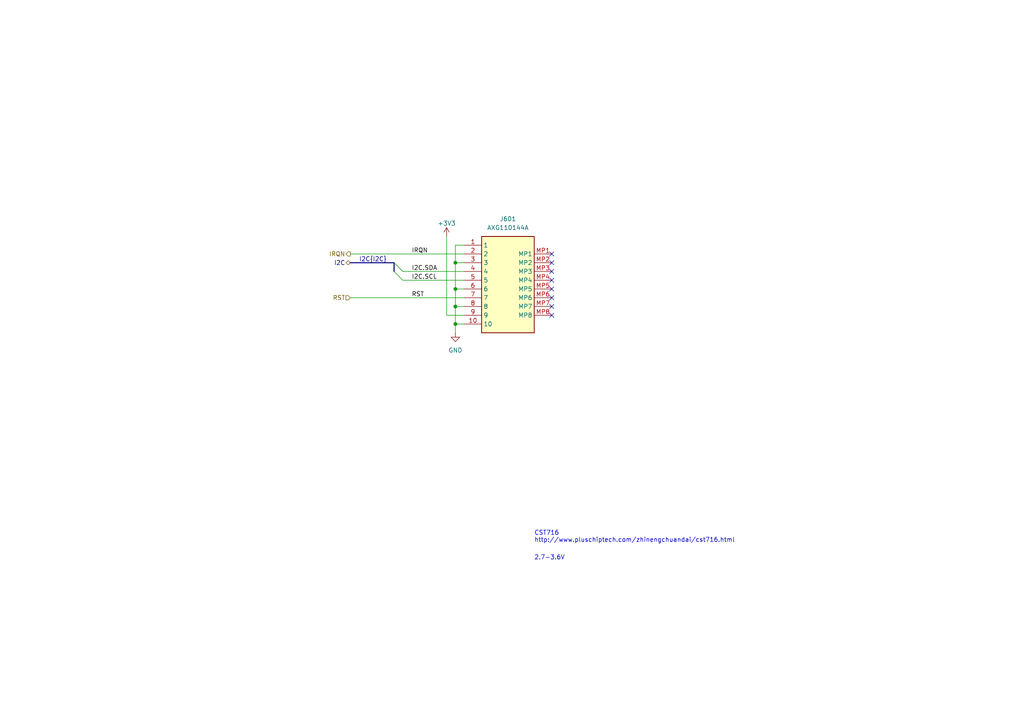
<source format=kicad_sch>
(kicad_sch (version 20230121) (generator eeschema)
  (paper "A4")
  (lib_symbols
    (symbol "AXG110144A:AXG110144A"
      (property "Reference" "J" (at 0 17.78 0))
      (property "Value" "AXG110144A" (at 0 15.24 0))
      (symbol "AXG110144A_1_1"
        (rectangle (start -7.62 12.7) (end 7.62 -15.24) (stroke (width 0.254)) (fill (type background)))
        (pin passive line (at -12.7 10.16 0) (length 5.08) (name "1") (number "1"))
        (pin passive line (at -12.7 -12.7 0) (length 5.08) (name "10") (number "10"))
        (pin passive line (at -12.7 7.62 0) (length 5.08) (name "2") (number "2"))
        (pin passive line (at -12.7 5.08 0) (length 5.08) (name "3") (number "3"))
        (pin passive line (at -12.7 2.54 0) (length 5.08) (name "4") (number "4"))
        (pin passive line (at -12.7 0 0) (length 5.08) (name "5") (number "5"))
        (pin passive line (at -12.7 -2.54 0) (length 5.08) (name "6") (number "6"))
        (pin passive line (at -12.7 -5.08 0) (length 5.08) (name "7") (number "7"))
        (pin passive line (at -12.7 -7.62 0) (length 5.08) (name "8") (number "8"))
        (pin passive line (at -12.7 -10.16 0) (length 5.08) (name "9") (number "9"))
        (pin passive line (at 12.7 7.62 180) (length 5.08) (name "MP1") (number "MP1"))
        (pin passive line (at 12.7 5.08 180) (length 5.08) (name "MP2") (number "MP2"))
        (pin passive line (at 12.7 2.54 180) (length 5.08) (name "MP3") (number "MP3"))
        (pin passive line (at 12.7 0 180) (length 5.08) (name "MP4") (number "MP4"))
        (pin passive line (at 12.7 -2.54 180) (length 5.08) (name "MP5") (number "MP5"))
        (pin passive line (at 12.7 -5.08 180) (length 5.08) (name "MP6") (number "MP6"))
        (pin passive line (at 12.7 -7.62 180) (length 5.08) (name "MP7") (number "MP7"))
        (pin passive line (at 12.7 -10.16 180) (length 5.08) (name "MP8") (number "MP8"))
      )
    )
    (symbol "power:+3V3" (power) (pin_names (offset 0))
      (property "Value" "+3V3" (at 0 3.556 0))
      (symbol "+3V3_0_1"
        (polyline (pts (xy -0.762 1.27) (xy 0 2.54)))
        (polyline (pts (xy 0 0) (xy 0 2.54)))
        (polyline (pts (xy 0 2.54) (xy 0.762 1.27)))
      )
      (symbol "+3V3_1_1"
        (pin power_in line (at 0 0 90) (length 0) hide (name "+3V3") (number "1"))
      )
    )
    (symbol "power:GND" (power) (pin_names (offset 0))
      (property "Value" "GND" (at 0 -3.81 0))
      (symbol "GND_0_1"
        (polyline (pts (xy 0 0) (xy 0 -1.27) (xy 1.27 -1.27) (xy 0 -2.54) (xy -1.27 -1.27) (xy 0 -1.27)))
      )
      (symbol "GND_1_1"
        (pin power_in line (at 0 0 270) (length 0) hide (name "GND") (number "1"))
      )
    )
  )
  (junction (at 132.08 83.82))
  (junction (at 132.08 76.2))
  (junction (at 132.08 93.98))
  (junction (at 132.08 88.9))
  (no_connect (at 160.02 91.44))
  (no_connect (at 160.02 78.74))
  (no_connect (at 160.02 88.9))
  (no_connect (at 160.02 81.28))
  (no_connect (at 160.02 83.82))
  (no_connect (at 160.02 86.36))
  (no_connect (at 160.02 73.66))
  (no_connect (at 160.02 76.2))
  (bus_entry (at 114.3 76.2) (size 2.54 2.54))
  (bus_entry (at 114.3 78.74) (size 2.54 2.54))
  (wire (pts (xy 134.62 88.9) (xy 132.08 88.9)))
  (bus (pts (xy 114.3 76.2) (xy 101.6 76.2)))
  (bus (pts (xy 114.3 78.74) (xy 114.3 76.2)))
  (wire (pts (xy 116.84 81.28) (xy 134.62 81.28)))
  (wire (pts (xy 132.08 71.12) (xy 132.08 76.2)))
  (wire (pts (xy 116.84 78.74) (xy 134.62 78.74)))
  (wire (pts (xy 132.08 96.52) (xy 132.08 93.98)))
  (wire (pts (xy 134.62 83.82) (xy 132.08 83.82)))
  (wire (pts (xy 132.08 83.82) (xy 132.08 88.9)))
  (wire (pts (xy 101.6 86.36) (xy 134.62 86.36)))
  (wire (pts (xy 134.62 71.12) (xy 132.08 71.12)))
  (wire (pts (xy 132.08 88.9) (xy 132.08 93.98)))
  (wire (pts (xy 132.08 76.2) (xy 132.08 83.82)))
  (wire (pts (xy 101.6 73.66) (xy 134.62 73.66)))
  (wire (pts (xy 132.08 93.98) (xy 134.62 93.98)))
  (wire (pts (xy 132.08 76.2) (xy 134.62 76.2)))
  (wire (pts (xy 129.54 91.44) (xy 134.62 91.44)))
  (wire (pts (xy 129.54 68.58) (xy 129.54 91.44)))
  (text "CST716\nhttp://www.pluschiptech.com/zhinengchuandai/cst716.html" (at 154.94 157.48 0) (effects (font (size 1.27 1.27)) (justify left bottom)))
  (text "2.7-3.6V" (at 154.94 162.56 0) (effects (font (size 1.27 1.27)) (justify left bottom)))
  (label "I2C{I2C}" (at 104.14 76.2 0))
  (label "I2C.SDA" (at 119.38 78.74 0))
  (label "IRQN" (at 119.38 73.66 0))
  (label "RST" (at 119.38 86.36 0))
  (label "I2C.SCL" (at 119.38 81.28 0))
  (hierarchical_label "IRQN" (shape output) (at 101.6 73.66 180))
  (hierarchical_label "I2C" (shape bidirectional) (at 101.6 76.2 180) (property "DSI" "DSI" (effects hide)))
  (hierarchical_label "RST" (shape input) (at 101.6 86.36 180))
  (symbol (lib_id "power:+3V3") (at 129.54 68.58 0) (unit 1)
    (property "Reference" "#PWR0602" (effects hide))
    (property "Value" "+3V3" (at 129.54 64.77 0))
  )
  (symbol (lib_id "AXG110144A:AXG110144A") (at 147.32 81.28 0) (unit 1)
    (property "Reference" "J601" (at 147.32 63.5 0))
    (property "Value" "AXG110144A" (at 147.32 66.04 0))
    (property "Footprint" "watch_footprints:AXG110144A" (effects hide))
    (property "Datasheet" "https://www3.panasonic.biz/ac/ae/search_num/index.jsp?c=detail&part_no=AXG110144&large_g_cd=1&medium_g_cd=12&small_g_cd=122&series_cd=3192" (effects hide))
    (property "Height" "0.79" (effects hide))
    (property "Mouser Part Number" "N/A" (effects hide))
    (property "Mouser Price/Stock" "http://www.mouser.com/Search/ProductDetail.aspx?qs=aVrSikiHukR%252bjc9q3Ez0%2fQ%3d%3d" (effects hide))
    (property "Manufacturer_Name" "Panasonic" (effects hide))
    (property "Manufacturer_Part_Number" "AXG110144A" (effects hide))
  )
  (symbol (lib_id "power:GND") (at 132.08 96.52 0) (unit 1)
    (property "Reference" "#PWR0601" (effects hide))
    (property "Value" "GND" (at 132.08 101.6 0))
  )
)
</source>
